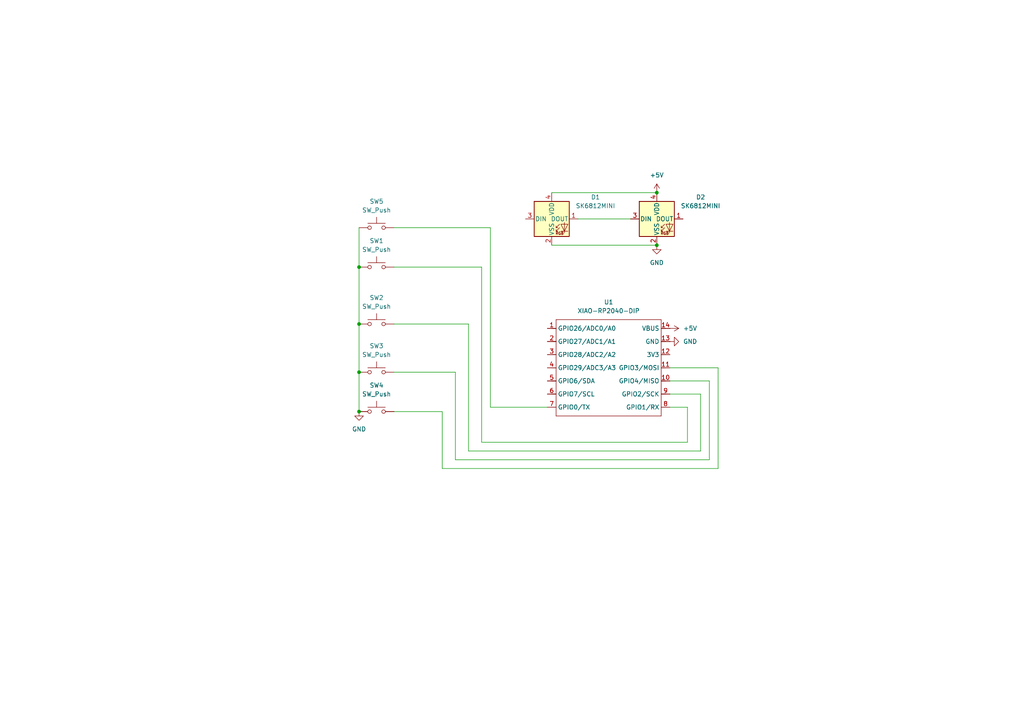
<source format=kicad_sch>
(kicad_sch
	(version 20211123)
	(generator "eeschema")
	(generator_version "8.0")
	(uuid "34cca9e7-3206-4ba8-bda9-9264078c9bf8")
	(paper "A4")
	(lib_symbols
		(symbol "LED:SK6812MINI"
			(pin_names
				(offset 0.254)
			)
			(exclude_from_sim no)
			(in_bom yes)
			(on_board yes)
			(property "Reference" "D"
				(at 5.08 5.715 0)
				(effects
					(font
						(size 1.27 1.27)
					)
					(justify right bottom)
				)
			)
			(property "Value" "SK6812MINI"
				(at 1.27 -5.715 0)
				(effects
					(font
						(size 1.27 1.27)
					)
					(justify left top)
				)
			)
			(property "Footprint" "LED_SMD:LED_SK6812MINI_PLCC4_3.5x3.5mm_P1.75mm"
				(at 1.27 -7.62 0)
				(effects
					(font
						(size 1.27 1.27)
					)
					(justify left top)
					(hide yes)
				)
			)
			(property "Datasheet" "https://cdn-shop.adafruit.com/product-files/2686/SK6812MINI_REV.01-1-2.pdf"
				(at 2.54 -9.525 0)
				(effects
					(font
						(size 1.27 1.27)
					)
					(justify left top)
					(hide yes)
				)
			)
			(property "Description" "RGB LED with integrated controller"
				(at 0 0 0)
				(effects
					(font
						(size 1.27 1.27)
					)
					(hide yes)
				)
			)
			(property "ki_keywords" "RGB LED NeoPixel Mini addressable"
				(at 0 0 0)
				(effects
					(font
						(size 1.27 1.27)
					)
					(hide yes)
				)
			)
			(property "ki_fp_filters" "LED*SK6812MINI*PLCC*3.5x3.5mm*P1.75mm*"
				(at 0 0 0)
				(effects
					(font
						(size 1.27 1.27)
					)
					(hide yes)
				)
			)
			(symbol "SK6812MINI_0_0"
				(text "RGB"
					(at 2.286 -4.191 0)
					(effects
						(font
							(size 0.762 0.762)
						)
					)
				)
			)
			(symbol "SK6812MINI_0_1"
				(polyline
					(pts
						(xy 1.27 -3.556) (xy 1.778 -3.556)
					)
					(stroke
						(width 0)
						(type default)
					)
					(fill
						(type none)
					)
				)
				(polyline
					(pts
						(xy 1.27 -2.54) (xy 1.778 -2.54)
					)
					(stroke
						(width 0)
						(type default)
					)
					(fill
						(type none)
					)
				)
				(polyline
					(pts
						(xy 4.699 -3.556) (xy 2.667 -3.556)
					)
					(stroke
						(width 0)
						(type default)
					)
					(fill
						(type none)
					)
				)
				(polyline
					(pts
						(xy 2.286 -2.54) (xy 1.27 -3.556) (xy 1.27 -3.048)
					)
					(stroke
						(width 0)
						(type default)
					)
					(fill
						(type none)
					)
				)
				(polyline
					(pts
						(xy 2.286 -1.524) (xy 1.27 -2.54) (xy 1.27 -2.032)
					)
					(stroke
						(width 0)
						(type default)
					)
					(fill
						(type none)
					)
				)
				(polyline
					(pts
						(xy 3.683 -1.016) (xy 3.683 -3.556) (xy 3.683 -4.064)
					)
					(stroke
						(width 0)
						(type default)
					)
					(fill
						(type none)
					)
				)
				(polyline
					(pts
						(xy 4.699 -1.524) (xy 2.667 -1.524) (xy 3.683 -3.556) (xy 4.699 -1.524)
					)
					(stroke
						(width 0)
						(type default)
					)
					(fill
						(type none)
					)
				)
				(rectangle
					(start 5.08 5.08)
					(end -5.08 -5.08)
					(stroke
						(width 0.254)
						(type default)
					)
					(fill
						(type background)
					)
				)
			)
			(symbol "SK6812MINI_1_1"
				(pin output line
					(at 7.62 0 180)
					(length 2.54)
					(name "DOUT"
						(effects
							(font
								(size 1.27 1.27)
							)
						)
					)
					(number "1"
						(effects
							(font
								(size 1.27 1.27)
							)
						)
					)
				)
				(pin power_in line
					(at 0 -7.62 90)
					(length 2.54)
					(name "VSS"
						(effects
							(font
								(size 1.27 1.27)
							)
						)
					)
					(number "2"
						(effects
							(font
								(size 1.27 1.27)
							)
						)
					)
				)
				(pin input line
					(at -7.62 0 0)
					(length 2.54)
					(name "DIN"
						(effects
							(font
								(size 1.27 1.27)
							)
						)
					)
					(number "3"
						(effects
							(font
								(size 1.27 1.27)
							)
						)
					)
				)
				(pin power_in line
					(at 0 7.62 270)
					(length 2.54)
					(name "VDD"
						(effects
							(font
								(size 1.27 1.27)
							)
						)
					)
					(number "4"
						(effects
							(font
								(size 1.27 1.27)
							)
						)
					)
				)
			)
		)
		(symbol "Seeed_Studio_XIAO_Series:XIAO-RP2040-DIP"
			(exclude_from_sim no)
			(in_bom yes)
			(on_board yes)
			(property "Reference" "U"
				(at 0 0 0)
				(effects
					(font
						(size 1.27 1.27)
					)
				)
			)
			(property "Value" "XIAO-RP2040-DIP"
				(at 5.334 -1.778 0)
				(effects
					(font
						(size 1.27 1.27)
					)
				)
			)
			(property "Footprint" "Module:MOUDLE14P-XIAO-DIP-SMD"
				(at 14.478 -32.258 0)
				(effects
					(font
						(size 1.27 1.27)
					)
					(hide yes)
				)
			)
			(property "Datasheet" ""
				(at 0 0 0)
				(effects
					(font
						(size 1.27 1.27)
					)
					(hide yes)
				)
			)
			(property "Description" ""
				(at 0 0 0)
				(effects
					(font
						(size 1.27 1.27)
					)
					(hide yes)
				)
			)
			(symbol "XIAO-RP2040-DIP_1_0"
				(polyline
					(pts
						(xy -1.27 -30.48) (xy -1.27 -16.51)
					)
					(stroke
						(width 0.1524)
						(type solid)
					)
					(fill
						(type none)
					)
				)
				(polyline
					(pts
						(xy -1.27 -27.94) (xy -2.54 -27.94)
					)
					(stroke
						(width 0.1524)
						(type solid)
					)
					(fill
						(type none)
					)
				)
				(polyline
					(pts
						(xy -1.27 -24.13) (xy -2.54 -24.13)
					)
					(stroke
						(width 0.1524)
						(type solid)
					)
					(fill
						(type none)
					)
				)
				(polyline
					(pts
						(xy -1.27 -20.32) (xy -2.54 -20.32)
					)
					(stroke
						(width 0.1524)
						(type solid)
					)
					(fill
						(type none)
					)
				)
				(polyline
					(pts
						(xy -1.27 -16.51) (xy -2.54 -16.51)
					)
					(stroke
						(width 0.1524)
						(type solid)
					)
					(fill
						(type none)
					)
				)
				(polyline
					(pts
						(xy -1.27 -16.51) (xy -1.27 -12.7)
					)
					(stroke
						(width 0.1524)
						(type solid)
					)
					(fill
						(type none)
					)
				)
				(polyline
					(pts
						(xy -1.27 -12.7) (xy -2.54 -12.7)
					)
					(stroke
						(width 0.1524)
						(type solid)
					)
					(fill
						(type none)
					)
				)
				(polyline
					(pts
						(xy -1.27 -12.7) (xy -1.27 -8.89)
					)
					(stroke
						(width 0.1524)
						(type solid)
					)
					(fill
						(type none)
					)
				)
				(polyline
					(pts
						(xy -1.27 -8.89) (xy -2.54 -8.89)
					)
					(stroke
						(width 0.1524)
						(type solid)
					)
					(fill
						(type none)
					)
				)
				(polyline
					(pts
						(xy -1.27 -8.89) (xy -1.27 -5.08)
					)
					(stroke
						(width 0.1524)
						(type solid)
					)
					(fill
						(type none)
					)
				)
				(polyline
					(pts
						(xy -1.27 -5.08) (xy -2.54 -5.08)
					)
					(stroke
						(width 0.1524)
						(type solid)
					)
					(fill
						(type none)
					)
				)
				(polyline
					(pts
						(xy -1.27 -5.08) (xy -1.27 -2.54)
					)
					(stroke
						(width 0.1524)
						(type solid)
					)
					(fill
						(type none)
					)
				)
				(polyline
					(pts
						(xy -1.27 -2.54) (xy 29.21 -2.54)
					)
					(stroke
						(width 0.1524)
						(type solid)
					)
					(fill
						(type none)
					)
				)
				(polyline
					(pts
						(xy 29.21 -30.48) (xy -1.27 -30.48)
					)
					(stroke
						(width 0.1524)
						(type solid)
					)
					(fill
						(type none)
					)
				)
				(polyline
					(pts
						(xy 29.21 -12.7) (xy 29.21 -30.48)
					)
					(stroke
						(width 0.1524)
						(type solid)
					)
					(fill
						(type none)
					)
				)
				(polyline
					(pts
						(xy 29.21 -8.89) (xy 29.21 -12.7)
					)
					(stroke
						(width 0.1524)
						(type solid)
					)
					(fill
						(type none)
					)
				)
				(polyline
					(pts
						(xy 29.21 -5.08) (xy 29.21 -8.89)
					)
					(stroke
						(width 0.1524)
						(type solid)
					)
					(fill
						(type none)
					)
				)
				(polyline
					(pts
						(xy 29.21 -2.54) (xy 29.21 -5.08)
					)
					(stroke
						(width 0.1524)
						(type solid)
					)
					(fill
						(type none)
					)
				)
				(polyline
					(pts
						(xy 30.48 -27.94) (xy 29.21 -27.94)
					)
					(stroke
						(width 0.1524)
						(type solid)
					)
					(fill
						(type none)
					)
				)
				(polyline
					(pts
						(xy 30.48 -24.13) (xy 29.21 -24.13)
					)
					(stroke
						(width 0.1524)
						(type solid)
					)
					(fill
						(type none)
					)
				)
				(polyline
					(pts
						(xy 30.48 -20.32) (xy 29.21 -20.32)
					)
					(stroke
						(width 0.1524)
						(type solid)
					)
					(fill
						(type none)
					)
				)
				(polyline
					(pts
						(xy 30.48 -16.51) (xy 29.21 -16.51)
					)
					(stroke
						(width 0.1524)
						(type solid)
					)
					(fill
						(type none)
					)
				)
				(polyline
					(pts
						(xy 30.48 -12.7) (xy 29.21 -12.7)
					)
					(stroke
						(width 0.1524)
						(type solid)
					)
					(fill
						(type none)
					)
				)
				(polyline
					(pts
						(xy 30.48 -8.89) (xy 29.21 -8.89)
					)
					(stroke
						(width 0.1524)
						(type solid)
					)
					(fill
						(type none)
					)
				)
				(polyline
					(pts
						(xy 30.48 -5.08) (xy 29.21 -5.08)
					)
					(stroke
						(width 0.1524)
						(type solid)
					)
					(fill
						(type none)
					)
				)
				(pin passive line
					(at -3.81 -5.08 0)
					(length 2.54)
					(name "GPIO26/ADC0/A0"
						(effects
							(font
								(size 1.27 1.27)
							)
						)
					)
					(number "1"
						(effects
							(font
								(size 1.27 1.27)
							)
						)
					)
				)
				(pin passive line
					(at 31.75 -20.32 180)
					(length 2.54)
					(name "GPIO4/MISO"
						(effects
							(font
								(size 1.27 1.27)
							)
						)
					)
					(number "10"
						(effects
							(font
								(size 1.27 1.27)
							)
						)
					)
				)
				(pin passive line
					(at 31.75 -16.51 180)
					(length 2.54)
					(name "GPIO3/MOSI"
						(effects
							(font
								(size 1.27 1.27)
							)
						)
					)
					(number "11"
						(effects
							(font
								(size 1.27 1.27)
							)
						)
					)
				)
				(pin passive line
					(at 31.75 -12.7 180)
					(length 2.54)
					(name "3V3"
						(effects
							(font
								(size 1.27 1.27)
							)
						)
					)
					(number "12"
						(effects
							(font
								(size 1.27 1.27)
							)
						)
					)
				)
				(pin passive line
					(at 31.75 -8.89 180)
					(length 2.54)
					(name "GND"
						(effects
							(font
								(size 1.27 1.27)
							)
						)
					)
					(number "13"
						(effects
							(font
								(size 1.27 1.27)
							)
						)
					)
				)
				(pin passive line
					(at 31.75 -5.08 180)
					(length 2.54)
					(name "VBUS"
						(effects
							(font
								(size 1.27 1.27)
							)
						)
					)
					(number "14"
						(effects
							(font
								(size 1.27 1.27)
							)
						)
					)
				)
				(pin passive line
					(at -3.81 -8.89 0)
					(length 2.54)
					(name "GPIO27/ADC1/A1"
						(effects
							(font
								(size 1.27 1.27)
							)
						)
					)
					(number "2"
						(effects
							(font
								(size 1.27 1.27)
							)
						)
					)
				)
				(pin passive line
					(at -3.81 -12.7 0)
					(length 2.54)
					(name "GPIO28/ADC2/A2"
						(effects
							(font
								(size 1.27 1.27)
							)
						)
					)
					(number "3"
						(effects
							(font
								(size 1.27 1.27)
							)
						)
					)
				)
				(pin passive line
					(at -3.81 -16.51 0)
					(length 2.54)
					(name "GPIO29/ADC3/A3"
						(effects
							(font
								(size 1.27 1.27)
							)
						)
					)
					(number "4"
						(effects
							(font
								(size 1.27 1.27)
							)
						)
					)
				)
				(pin passive line
					(at -3.81 -20.32 0)
					(length 2.54)
					(name "GPIO6/SDA"
						(effects
							(font
								(size 1.27 1.27)
							)
						)
					)
					(number "5"
						(effects
							(font
								(size 1.27 1.27)
							)
						)
					)
				)
				(pin passive line
					(at -3.81 -24.13 0)
					(length 2.54)
					(name "GPIO7/SCL"
						(effects
							(font
								(size 1.27 1.27)
							)
						)
					)
					(number "6"
						(effects
							(font
								(size 1.27 1.27)
							)
						)
					)
				)
				(pin passive line
					(at -3.81 -27.94 0)
					(length 2.54)
					(name "GPIO0/TX"
						(effects
							(font
								(size 1.27 1.27)
							)
						)
					)
					(number "7"
						(effects
							(font
								(size 1.27 1.27)
							)
						)
					)
				)
				(pin passive line
					(at 31.75 -27.94 180)
					(length 2.54)
					(name "GPIO1/RX"
						(effects
							(font
								(size 1.27 1.27)
							)
						)
					)
					(number "8"
						(effects
							(font
								(size 1.27 1.27)
							)
						)
					)
				)
				(pin passive line
					(at 31.75 -24.13 180)
					(length 2.54)
					(name "GPIO2/SCK"
						(effects
							(font
								(size 1.27 1.27)
							)
						)
					)
					(number "9"
						(effects
							(font
								(size 1.27 1.27)
							)
						)
					)
				)
			)
		)
		(symbol "Switch:SW_Push"
			(pin_numbers hide)
			(pin_names
				(offset 1.016) hide)
			(exclude_from_sim no)
			(in_bom yes)
			(on_board yes)
			(property "Reference" "SW"
				(at 1.27 2.54 0)
				(effects
					(font
						(size 1.27 1.27)
					)
					(justify left)
				)
			)
			(property "Value" "SW_Push"
				(at 0 -1.524 0)
				(effects
					(font
						(size 1.27 1.27)
					)
				)
			)
			(property "Footprint" ""
				(at 0 5.08 0)
				(effects
					(font
						(size 1.27 1.27)
					)
					(hide yes)
				)
			)
			(property "Datasheet" "~"
				(at 0 5.08 0)
				(effects
					(font
						(size 1.27 1.27)
					)
					(hide yes)
				)
			)
			(property "Description" "Push button switch, generic, two pins"
				(at 0 0 0)
				(effects
					(font
						(size 1.27 1.27)
					)
					(hide yes)
				)
			)
			(property "ki_keywords" "switch normally-open pushbutton push-button"
				(at 0 0 0)
				(effects
					(font
						(size 1.27 1.27)
					)
					(hide yes)
				)
			)
			(symbol "SW_Push_0_1"
				(circle
					(center -2.032 0)
					(radius 0.508)
					(stroke
						(width 0)
						(type default)
					)
					(fill
						(type none)
					)
				)
				(polyline
					(pts
						(xy 0 1.27) (xy 0 3.048)
					)
					(stroke
						(width 0)
						(type default)
					)
					(fill
						(type none)
					)
				)
				(polyline
					(pts
						(xy 2.54 1.27) (xy -2.54 1.27)
					)
					(stroke
						(width 0)
						(type default)
					)
					(fill
						(type none)
					)
				)
				(circle
					(center 2.032 0)
					(radius 0.508)
					(stroke
						(width 0)
						(type default)
					)
					(fill
						(type none)
					)
				)
				(pin passive line
					(at -5.08 0 0)
					(length 2.54)
					(name "1"
						(effects
							(font
								(size 1.27 1.27)
							)
						)
					)
					(number "1"
						(effects
							(font
								(size 1.27 1.27)
							)
						)
					)
				)
				(pin passive line
					(at 5.08 0 180)
					(length 2.54)
					(name "2"
						(effects
							(font
								(size 1.27 1.27)
							)
						)
					)
					(number "2"
						(effects
							(font
								(size 1.27 1.27)
							)
						)
					)
				)
			)
		)
		(symbol "power:+5V"
			(power)
			(pin_numbers hide)
			(pin_names
				(offset 0) hide)
			(exclude_from_sim no)
			(in_bom yes)
			(on_board yes)
			(property "Reference" "#PWR"
				(at 0 -3.81 0)
				(effects
					(font
						(size 1.27 1.27)
					)
					(hide yes)
				)
			)
			(property "Value" "+5V"
				(at 0 3.556 0)
				(effects
					(font
						(size 1.27 1.27)
					)
				)
			)
			(property "Footprint" ""
				(at 0 0 0)
				(effects
					(font
						(size 1.27 1.27)
					)
					(hide yes)
				)
			)
			(property "Datasheet" ""
				(at 0 0 0)
				(effects
					(font
						(size 1.27 1.27)
					)
					(hide yes)
				)
			)
			(property "Description" "Power symbol creates a global label with name \"+5V\""
				(at 0 0 0)
				(effects
					(font
						(size 1.27 1.27)
					)
					(hide yes)
				)
			)
			(property "ki_keywords" "global power"
				(at 0 0 0)
				(effects
					(font
						(size 1.27 1.27)
					)
					(hide yes)
				)
			)
			(symbol "+5V_0_1"
				(polyline
					(pts
						(xy -0.762 1.27) (xy 0 2.54)
					)
					(stroke
						(width 0)
						(type default)
					)
					(fill
						(type none)
					)
				)
				(polyline
					(pts
						(xy 0 0) (xy 0 2.54)
					)
					(stroke
						(width 0)
						(type default)
					)
					(fill
						(type none)
					)
				)
				(polyline
					(pts
						(xy 0 2.54) (xy 0.762 1.27)
					)
					(stroke
						(width 0)
						(type default)
					)
					(fill
						(type none)
					)
				)
			)
			(symbol "+5V_1_1"
				(pin power_in line
					(at 0 0 90)
					(length 0)
					(name "~"
						(effects
							(font
								(size 1.27 1.27)
							)
						)
					)
					(number "1"
						(effects
							(font
								(size 1.27 1.27)
							)
						)
					)
				)
			)
		)
		(symbol "power:GND"
			(power)
			(pin_numbers hide)
			(pin_names
				(offset 0) hide)
			(exclude_from_sim no)
			(in_bom yes)
			(on_board yes)
			(property "Reference" "#PWR"
				(at 0 -6.35 0)
				(effects
					(font
						(size 1.27 1.27)
					)
					(hide yes)
				)
			)
			(property "Value" "GND"
				(at 0 -3.81 0)
				(effects
					(font
						(size 1.27 1.27)
					)
				)
			)
			(property "Footprint" ""
				(at 0 0 0)
				(effects
					(font
						(size 1.27 1.27)
					)
					(hide yes)
				)
			)
			(property "Datasheet" ""
				(at 0 0 0)
				(effects
					(font
						(size 1.27 1.27)
					)
					(hide yes)
				)
			)
			(property "Description" "Power symbol creates a global label with name \"GND\" , ground"
				(at 0 0 0)
				(effects
					(font
						(size 1.27 1.27)
					)
					(hide yes)
				)
			)
			(property "ki_keywords" "global power"
				(at 0 0 0)
				(effects
					(font
						(size 1.27 1.27)
					)
					(hide yes)
				)
			)
			(symbol "GND_0_1"
				(polyline
					(pts
						(xy 0 0) (xy 0 -1.27) (xy 1.27 -1.27) (xy 0 -2.54) (xy -1.27 -1.27) (xy 0 -1.27)
					)
					(stroke
						(width 0)
						(type default)
					)
					(fill
						(type none)
					)
				)
			)
			(symbol "GND_1_1"
				(pin power_in line
					(at 0 0 270)
					(length 0)
					(name "~"
						(effects
							(font
								(size 1.27 1.27)
							)
						)
					)
					(number "1"
						(effects
							(font
								(size 1.27 1.27)
							)
						)
					)
				)
			)
		)
	)
	(junction
		(at 104.14 119.38)
		(diameter 0)
		(color 0 0 0 0)
		(uuid "1dc0505f-6218-4796-af50-a570334d1022")
	)
	(junction
		(at 104.14 77.47)
		(diameter 0)
		(color 0 0 0 0)
		(uuid "2260e7ad-14a9-4c21-976d-c1c275238cbe")
	)
	(junction
		(at 104.14 93.98)
		(diameter 0)
		(color 0 0 0 0)
		(uuid "45634df9-c75c-4cac-aa26-acfd32e754cb")
	)
	(junction
		(at 190.5 71.12)
		(diameter 0)
		(color 0 0 0 0)
		(uuid "682a3b56-7004-44dc-9973-9068a8e65480")
	)
	(junction
		(at 104.14 107.95)
		(diameter 0)
		(color 0 0 0 0)
		(uuid "799b2262-0442-400a-a75b-493c38744e53")
	)
	(junction
		(at 190.5 55.88)
		(diameter 0)
		(color 0 0 0 0)
		(uuid "a5fe2e43-d251-47b6-a5b3-41d0f4a4ae0b")
	)
	(wire
		(pts
			(xy 142.24 118.11) (xy 158.75 118.11)
		)
		(stroke
			(width 0)
			(type default)
		)
		(uuid "05e0741f-b27b-4cf7-a4e3-2d7446494d17")
	)
	(wire
		(pts
			(xy 114.3 119.38) (xy 128.27 119.38)
		)
		(stroke
			(width 0)
			(type default)
		)
		(uuid "0916ad4f-4e73-4057-8040-7ed7176e0530")
	)
	(wire
		(pts
			(xy 104.14 107.95) (xy 104.14 119.38)
		)
		(stroke
			(width 0)
			(type default)
		)
		(uuid "19ab0281-c1de-4fc3-93ed-204376144a32")
	)
	(wire
		(pts
			(xy 104.14 93.98) (xy 104.14 107.95)
		)
		(stroke
			(width 0)
			(type default)
		)
		(uuid "23effa3c-0966-41c8-9958-4d263a9e0a37")
	)
	(wire
		(pts
			(xy 114.3 66.04) (xy 142.24 66.04)
		)
		(stroke
			(width 0)
			(type default)
		)
		(uuid "2507dec0-cacd-485f-91a6-4ff69839327d")
	)
	(wire
		(pts
			(xy 128.27 135.89) (xy 208.28 135.89)
		)
		(stroke
			(width 0)
			(type default)
		)
		(uuid "2e368909-4ed2-4ff0-8d49-756af6d21b12")
	)
	(wire
		(pts
			(xy 132.08 133.35) (xy 205.74 133.35)
		)
		(stroke
			(width 0)
			(type default)
		)
		(uuid "2f1fbf3e-622e-4316-8ee6-cdfd90080f76")
	)
	(wire
		(pts
			(xy 160.02 71.12) (xy 190.5 71.12)
		)
		(stroke
			(width 0)
			(type default)
		)
		(uuid "33a8f1d7-8746-4d0f-9e1a-2d627a3f3b9d")
	)
	(wire
		(pts
			(xy 139.7 77.47) (xy 139.7 128.27)
		)
		(stroke
			(width 0)
			(type default)
		)
		(uuid "3efef8f3-8f24-488c-9210-daed2b200678")
	)
	(wire
		(pts
			(xy 139.7 128.27) (xy 199.39 128.27)
		)
		(stroke
			(width 0)
			(type default)
		)
		(uuid "53eddc67-91c6-4184-a397-717d3e105739")
	)
	(wire
		(pts
			(xy 203.2 130.81) (xy 135.89 130.81)
		)
		(stroke
			(width 0)
			(type default)
		)
		(uuid "5a421206-835e-4bd2-af73-c6bdde5a115f")
	)
	(wire
		(pts
			(xy 135.89 130.81) (xy 135.89 93.98)
		)
		(stroke
			(width 0)
			(type default)
		)
		(uuid "5e2215c8-c62b-4041-9034-14d84570001a")
	)
	(wire
		(pts
			(xy 135.89 93.98) (xy 114.3 93.98)
		)
		(stroke
			(width 0)
			(type default)
		)
		(uuid "5ea8fe47-7820-4929-818c-9b4ffdc17e56")
	)
	(wire
		(pts
			(xy 208.28 135.89) (xy 208.28 106.68)
		)
		(stroke
			(width 0)
			(type default)
		)
		(uuid "62efd8f4-8d33-475d-91b7-e8fdb5bc08f9")
	)
	(wire
		(pts
			(xy 208.28 106.68) (xy 194.31 106.68)
		)
		(stroke
			(width 0)
			(type default)
		)
		(uuid "6e7c8f23-e236-4d64-8ae2-cbf3b0f19043")
	)
	(wire
		(pts
			(xy 194.31 114.3) (xy 203.2 114.3)
		)
		(stroke
			(width 0)
			(type default)
		)
		(uuid "7c94c0c2-a82e-4754-8ee7-e5cc66b6c8cd")
	)
	(wire
		(pts
			(xy 142.24 66.04) (xy 142.24 118.11)
		)
		(stroke
			(width 0)
			(type default)
		)
		(uuid "811c3ca3-1ee2-41ad-996a-e3be7e152012")
	)
	(wire
		(pts
			(xy 132.08 107.95) (xy 132.08 133.35)
		)
		(stroke
			(width 0)
			(type default)
		)
		(uuid "8289b65e-2e92-4c01-990f-e8f4a4b74354")
	)
	(wire
		(pts
			(xy 114.3 77.47) (xy 139.7 77.47)
		)
		(stroke
			(width 0)
			(type default)
		)
		(uuid "89f9eac5-d2b2-4789-b4f0-d31f5de46147")
	)
	(wire
		(pts
			(xy 205.74 133.35) (xy 205.74 110.49)
		)
		(stroke
			(width 0)
			(type default)
		)
		(uuid "8f910ff0-969f-415b-b720-d3a588bcf67d")
	)
	(wire
		(pts
			(xy 199.39 128.27) (xy 199.39 118.11)
		)
		(stroke
			(width 0)
			(type default)
		)
		(uuid "908743dd-655b-4839-97dc-e019b3970999")
	)
	(wire
		(pts
			(xy 128.27 119.38) (xy 128.27 135.89)
		)
		(stroke
			(width 0)
			(type default)
		)
		(uuid "9c0d8c95-52f2-41cf-9233-ee02692af971")
	)
	(wire
		(pts
			(xy 199.39 118.11) (xy 194.31 118.11)
		)
		(stroke
			(width 0)
			(type default)
		)
		(uuid "9c30a5ce-5b5b-4115-947a-3deaaddbf3e5")
	)
	(wire
		(pts
			(xy 104.14 66.04) (xy 104.14 77.47)
		)
		(stroke
			(width 0)
			(type default)
		)
		(uuid "a77390e6-9099-4933-b5c4-e5c6f2425af5")
	)
	(wire
		(pts
			(xy 167.64 63.5) (xy 182.88 63.5)
		)
		(stroke
			(width 0)
			(type default)
		)
		(uuid "c1675100-d5c0-419c-a71d-cb734b32b23e")
	)
	(wire
		(pts
			(xy 205.74 110.49) (xy 194.31 110.49)
		)
		(stroke
			(width 0)
			(type default)
		)
		(uuid "c318f1a4-77dd-4125-bfb9-ced41d23c971")
	)
	(wire
		(pts
			(xy 203.2 114.3) (xy 203.2 130.81)
		)
		(stroke
			(width 0)
			(type default)
		)
		(uuid "c7e79cef-4da4-4c31-b0aa-f3a19dc39abe")
	)
	(wire
		(pts
			(xy 160.02 55.88) (xy 190.5 55.88)
		)
		(stroke
			(width 0)
			(type default)
		)
		(uuid "cdd78413-460d-488c-9e4a-b48a7c10f78f")
	)
	(wire
		(pts
			(xy 104.14 77.47) (xy 104.14 93.98)
		)
		(stroke
			(width 0)
			(type default)
		)
		(uuid "dd6a4f29-2da4-496f-809f-94c07a1fccfc")
	)
	(wire
		(pts
			(xy 114.3 107.95) (xy 132.08 107.95)
		)
		(stroke
			(width 0)
			(type default)
		)
		(uuid "ec9775a6-60f1-4a20-a5e4-d9423b579a49")
	)
	(symbol
		(lib_id "LED:SK6812MINI")
		(at 190.5 63.5 0)
		(unit 1)
		(exclude_from_sim no)
		(in_bom yes)
		(on_board yes)
		(dnp no)
		(fields_autoplaced yes)
		(uuid "03fe4544-a6e6-4a7f-b882-f3f54445ec36")
		(property "Reference" "D2"
			(at 203.2 57.1814 0)
			(effects
				(font
					(size 1.27 1.27)
				)
			)
		)
		(property "Value" "SK6812MINI"
			(at 203.2 59.7214 0)
			(effects
				(font
					(size 1.27 1.27)
				)
			)
		)
		(property "Footprint" "LED_SMD:LED_SK6812MINI_PLCC4_3.5x3.5mm_P1.75mm"
			(at 191.77 71.12 0)
			(effects
				(font
					(size 1.27 1.27)
				)
				(justify left top)
				(hide yes)
			)
		)
		(property "Datasheet" "https://cdn-shop.adafruit.com/product-files/2686/SK6812MINI_REV.01-1-2.pdf"
			(at 193.04 73.025 0)
			(effects
				(font
					(size 1.27 1.27)
				)
				(justify left top)
				(hide yes)
			)
		)
		(property "Description" "RGB LED with integrated controller"
			(at 190.5 63.5 0)
			(effects
				(font
					(size 1.27 1.27)
				)
				(hide yes)
			)
		)
		(pin "2"
			(uuid "a2d892d3-1a18-4314-bcca-2610c58c5989")
		)
		(pin "1"
			(uuid "792416f7-682d-4f11-bfe4-3e4155092058")
		)
		(pin "3"
			(uuid "9f8f0e68-6e72-4a64-9f55-de2a2e97a5cb")
		)
		(pin "4"
			(uuid "2e78d19c-e1e7-49a7-845e-c289cdce6964")
		)
		(instances
			(project "roCloud"
				(path "/34cca9e7-3206-4ba8-bda9-9264078c9bf8"
					(reference "D2")
					(unit 1)
				)
			)
		)
	)
	(symbol
		(lib_id "power:+5V")
		(at 190.5 55.88 0)
		(unit 1)
		(exclude_from_sim no)
		(in_bom yes)
		(on_board yes)
		(dnp no)
		(fields_autoplaced yes)
		(uuid "050c6335-2a19-49dc-b785-1d4a5e71789e")
		(property "Reference" "#PWR04"
			(at 190.5 59.69 0)
			(effects
				(font
					(size 1.27 1.27)
				)
				(hide yes)
			)
		)
		(property "Value" "+5V"
			(at 190.5 50.8 0)
			(effects
				(font
					(size 1.27 1.27)
				)
			)
		)
		(property "Footprint" ""
			(at 190.5 55.88 0)
			(effects
				(font
					(size 1.27 1.27)
				)
				(hide yes)
			)
		)
		(property "Datasheet" ""
			(at 190.5 55.88 0)
			(effects
				(font
					(size 1.27 1.27)
				)
				(hide yes)
			)
		)
		(property "Description" "Power symbol creates a global label with name \"+5V\""
			(at 190.5 55.88 0)
			(effects
				(font
					(size 1.27 1.27)
				)
				(hide yes)
			)
		)
		(pin "1"
			(uuid "2fefdaf7-35e7-4593-8911-077ba7515a59")
		)
		(instances
			(project "roCloud"
				(path "/34cca9e7-3206-4ba8-bda9-9264078c9bf8"
					(reference "#PWR04")
					(unit 1)
				)
			)
		)
	)
	(symbol
		(lib_id "power:GND")
		(at 190.5 71.12 0)
		(unit 1)
		(exclude_from_sim no)
		(in_bom yes)
		(on_board yes)
		(dnp no)
		(fields_autoplaced yes)
		(uuid "1b8fbdf5-970b-4688-89ff-2f793b24ca04")
		(property "Reference" "#PWR05"
			(at 190.5 77.47 0)
			(effects
				(font
					(size 1.27 1.27)
				)
				(hide yes)
			)
		)
		(property "Value" "GND"
			(at 190.5 76.2 0)
			(effects
				(font
					(size 1.27 1.27)
				)
			)
		)
		(property "Footprint" ""
			(at 190.5 71.12 0)
			(effects
				(font
					(size 1.27 1.27)
				)
				(hide yes)
			)
		)
		(property "Datasheet" ""
			(at 190.5 71.12 0)
			(effects
				(font
					(size 1.27 1.27)
				)
				(hide yes)
			)
		)
		(property "Description" "Power symbol creates a global label with name \"GND\" , ground"
			(at 190.5 71.12 0)
			(effects
				(font
					(size 1.27 1.27)
				)
				(hide yes)
			)
		)
		(pin "1"
			(uuid "65e083dc-de89-4c6e-a294-9b7d9b4e6fc5")
		)
		(instances
			(project ""
				(path "/34cca9e7-3206-4ba8-bda9-9264078c9bf8"
					(reference "#PWR05")
					(unit 1)
				)
			)
		)
	)
	(symbol
		(lib_id "Switch:SW_Push")
		(at 109.22 119.38 0)
		(unit 1)
		(exclude_from_sim no)
		(in_bom yes)
		(on_board yes)
		(dnp no)
		(uuid "3a0f54ec-5dbd-4ba7-921c-285a383ef0aa")
		(property "Reference" "SW4"
			(at 109.22 111.76 0)
			(effects
				(font
					(size 1.27 1.27)
				)
			)
		)
		(property "Value" "SW_Push"
			(at 109.22 114.3 0)
			(effects
				(font
					(size 1.27 1.27)
				)
			)
		)
		(property "Footprint" "Button_Switch_Keyboard:SW_Cherry_MX_1.00u_PCB"
			(at 109.22 114.3 0)
			(effects
				(font
					(size 1.27 1.27)
				)
				(hide yes)
			)
		)
		(property "Datasheet" "~"
			(at 109.22 114.3 0)
			(effects
				(font
					(size 1.27 1.27)
				)
				(hide yes)
			)
		)
		(property "Description" "Push button switch, generic, two pins"
			(at 109.22 119.38 0)
			(effects
				(font
					(size 1.27 1.27)
				)
				(hide yes)
			)
		)
		(pin "1"
			(uuid "e1bfcce3-eb01-4c04-9773-65b355eb13d7")
		)
		(pin "2"
			(uuid "0cedc0cd-a3a9-4e69-97c0-dd8a5090e646")
		)
		(instances
			(project "roCloud"
				(path "/34cca9e7-3206-4ba8-bda9-9264078c9bf8"
					(reference "SW4")
					(unit 1)
				)
			)
		)
	)
	(symbol
		(lib_id "power:GND")
		(at 104.14 119.38 0)
		(unit 1)
		(exclude_from_sim no)
		(in_bom yes)
		(on_board yes)
		(dnp no)
		(fields_autoplaced yes)
		(uuid "892f7f63-2938-42b5-8212-0d6e92b1b479")
		(property "Reference" "#PWR01"
			(at 104.14 125.73 0)
			(effects
				(font
					(size 1.27 1.27)
				)
				(hide yes)
			)
		)
		(property "Value" "GND"
			(at 104.14 124.46 0)
			(effects
				(font
					(size 1.27 1.27)
				)
			)
		)
		(property "Footprint" ""
			(at 104.14 119.38 0)
			(effects
				(font
					(size 1.27 1.27)
				)
				(hide yes)
			)
		)
		(property "Datasheet" ""
			(at 104.14 119.38 0)
			(effects
				(font
					(size 1.27 1.27)
				)
				(hide yes)
			)
		)
		(property "Description" "Power symbol creates a global label with name \"GND\" , ground"
			(at 104.14 119.38 0)
			(effects
				(font
					(size 1.27 1.27)
				)
				(hide yes)
			)
		)
		(pin "1"
			(uuid "fbb9f23e-82bd-47d8-8a72-14972c646a86")
		)
		(instances
			(project ""
				(path "/34cca9e7-3206-4ba8-bda9-9264078c9bf8"
					(reference "#PWR01")
					(unit 1)
				)
			)
		)
	)
	(symbol
		(lib_id "Switch:SW_Push")
		(at 109.22 77.47 0)
		(unit 1)
		(exclude_from_sim no)
		(in_bom yes)
		(on_board yes)
		(dnp no)
		(fields_autoplaced yes)
		(uuid "8bb2cfb3-b82b-40b1-a34b-986fe51881a7")
		(property "Reference" "SW1"
			(at 109.22 69.85 0)
			(effects
				(font
					(size 1.27 1.27)
				)
			)
		)
		(property "Value" "SW_Push"
			(at 109.22 72.39 0)
			(effects
				(font
					(size 1.27 1.27)
				)
			)
		)
		(property "Footprint" "Button_Switch_Keyboard:SW_Cherry_MX_1.00u_PCB"
			(at 109.22 72.39 0)
			(effects
				(font
					(size 1.27 1.27)
				)
				(hide yes)
			)
		)
		(property "Datasheet" "~"
			(at 109.22 72.39 0)
			(effects
				(font
					(size 1.27 1.27)
				)
				(hide yes)
			)
		)
		(property "Description" "Push button switch, generic, two pins"
			(at 109.22 77.47 0)
			(effects
				(font
					(size 1.27 1.27)
				)
				(hide yes)
			)
		)
		(pin "1"
			(uuid "f665476c-b5ac-46ab-95f8-5239e17cfa55")
		)
		(pin "2"
			(uuid "fe894a37-2fe1-425c-ab6b-154d293a2ee5")
		)
		(instances
			(project ""
				(path "/34cca9e7-3206-4ba8-bda9-9264078c9bf8"
					(reference "SW1")
					(unit 1)
				)
			)
		)
	)
	(symbol
		(lib_id "Switch:SW_Push")
		(at 109.22 93.98 0)
		(unit 1)
		(exclude_from_sim no)
		(in_bom yes)
		(on_board yes)
		(dnp no)
		(fields_autoplaced yes)
		(uuid "96aca00a-5e30-4637-892c-39121261ac51")
		(property "Reference" "SW2"
			(at 109.22 86.36 0)
			(effects
				(font
					(size 1.27 1.27)
				)
			)
		)
		(property "Value" "SW_Push"
			(at 109.22 88.9 0)
			(effects
				(font
					(size 1.27 1.27)
				)
			)
		)
		(property "Footprint" "Button_Switch_Keyboard:SW_Cherry_MX_1.00u_PCB"
			(at 109.22 88.9 0)
			(effects
				(font
					(size 1.27 1.27)
				)
				(hide yes)
			)
		)
		(property "Datasheet" "~"
			(at 109.22 88.9 0)
			(effects
				(font
					(size 1.27 1.27)
				)
				(hide yes)
			)
		)
		(property "Description" "Push button switch, generic, two pins"
			(at 109.22 93.98 0)
			(effects
				(font
					(size 1.27 1.27)
				)
				(hide yes)
			)
		)
		(pin "1"
			(uuid "5e5ad05b-d05f-4626-b6f7-ab15bafe74c7")
		)
		(pin "2"
			(uuid "c02aab52-fa50-45aa-8bc2-50aed570eda5")
		)
		(instances
			(project "roCloud"
				(path "/34cca9e7-3206-4ba8-bda9-9264078c9bf8"
					(reference "SW2")
					(unit 1)
				)
			)
		)
	)
	(symbol
		(lib_id "power:+5V")
		(at 194.31 95.25 270)
		(unit 1)
		(exclude_from_sim no)
		(in_bom yes)
		(on_board yes)
		(dnp no)
		(fields_autoplaced yes)
		(uuid "9b3f063b-9be3-4999-a3dc-87417bcdac70")
		(property "Reference" "#PWR03"
			(at 190.5 95.25 0)
			(effects
				(font
					(size 1.27 1.27)
				)
				(hide yes)
			)
		)
		(property "Value" "+5V"
			(at 198.12 95.2499 90)
			(effects
				(font
					(size 1.27 1.27)
				)
				(justify left)
			)
		)
		(property "Footprint" ""
			(at 194.31 95.25 0)
			(effects
				(font
					(size 1.27 1.27)
				)
				(hide yes)
			)
		)
		(property "Datasheet" ""
			(at 194.31 95.25 0)
			(effects
				(font
					(size 1.27 1.27)
				)
				(hide yes)
			)
		)
		(property "Description" "Power symbol creates a global label with name \"+5V\""
			(at 194.31 95.25 0)
			(effects
				(font
					(size 1.27 1.27)
				)
				(hide yes)
			)
		)
		(pin "1"
			(uuid "c9421c6f-e3f2-4396-a528-f01e1d70971e")
		)
		(instances
			(project ""
				(path "/34cca9e7-3206-4ba8-bda9-9264078c9bf8"
					(reference "#PWR03")
					(unit 1)
				)
			)
		)
	)
	(symbol
		(lib_id "Seeed_Studio_XIAO_Series:XIAO-RP2040-DIP")
		(at 162.56 90.17 0)
		(unit 1)
		(exclude_from_sim no)
		(in_bom yes)
		(on_board yes)
		(dnp no)
		(fields_autoplaced yes)
		(uuid "aa0c3688-b3ad-4763-9fca-c120c83d076d")
		(property "Reference" "U1"
			(at 176.53 87.63 0)
			(effects
				(font
					(size 1.27 1.27)
				)
			)
		)
		(property "Value" "XIAO-RP2040-DIP"
			(at 176.53 90.17 0)
			(effects
				(font
					(size 1.27 1.27)
				)
			)
		)
		(property "Footprint" "Seeed Studio XIAO Series Library:XIAO-RP2040-DIP"
			(at 177.038 122.428 0)
			(effects
				(font
					(size 1.27 1.27)
				)
				(hide yes)
			)
		)
		(property "Datasheet" ""
			(at 162.56 90.17 0)
			(effects
				(font
					(size 1.27 1.27)
				)
				(hide yes)
			)
		)
		(property "Description" ""
			(at 162.56 90.17 0)
			(effects
				(font
					(size 1.27 1.27)
				)
				(hide yes)
			)
		)
		(pin "7"
			(uuid "3cfc96b5-86a0-4b9d-828f-8ba8c7cc8a07")
		)
		(pin "10"
			(uuid "67780d49-919b-4355-9d02-da8752ff3cd2")
		)
		(pin "6"
			(uuid "bd9c1eb8-0613-4cdd-8f4e-1d15b05e4ee3")
		)
		(pin "4"
			(uuid "5c777fd4-373f-4f86-92d4-983880a8ecd2")
		)
		(pin "13"
			(uuid "ec21867b-f198-43f9-8727-f30bc338ae75")
		)
		(pin "5"
			(uuid "a0ba00c0-9776-479e-ba35-413cb1a3ee16")
		)
		(pin "1"
			(uuid "a9c93ed2-33f3-4948-b259-c3bd6c5098b5")
		)
		(pin "12"
			(uuid "f37d97f2-de0e-41f9-95a0-4655b53b4a0c")
		)
		(pin "2"
			(uuid "785c7002-dc7b-405e-8e88-bc5f5beaaf8e")
		)
		(pin "3"
			(uuid "e20caf42-2f0d-4c9f-bf7c-37adc86d9ad5")
		)
		(pin "9"
			(uuid "e25188d9-4d91-4cce-b41d-ada23760dfb2")
		)
		(pin "8"
			(uuid "6f99550b-b16e-4c14-bcef-b099718fe99c")
		)
		(pin "14"
			(uuid "f03e0e0e-c109-40b5-8cd1-151b8cfc7819")
		)
		(pin "11"
			(uuid "3761ff2d-d3b1-4c37-a735-a2b4caa6fa18")
		)
		(instances
			(project ""
				(path "/34cca9e7-3206-4ba8-bda9-9264078c9bf8"
					(reference "U1")
					(unit 1)
				)
			)
		)
	)
	(symbol
		(lib_id "Switch:SW_Push")
		(at 109.22 107.95 0)
		(unit 1)
		(exclude_from_sim no)
		(in_bom yes)
		(on_board yes)
		(dnp no)
		(fields_autoplaced yes)
		(uuid "bacd49eb-a888-4d0d-ab66-9655e92207e1")
		(property "Reference" "SW3"
			(at 109.22 100.33 0)
			(effects
				(font
					(size 1.27 1.27)
				)
			)
		)
		(property "Value" "SW_Push"
			(at 109.22 102.87 0)
			(effects
				(font
					(size 1.27 1.27)
				)
			)
		)
		(property "Footprint" "Button_Switch_Keyboard:SW_Cherry_MX_1.00u_PCB"
			(at 109.22 102.87 0)
			(effects
				(font
					(size 1.27 1.27)
				)
				(hide yes)
			)
		)
		(property "Datasheet" "~"
			(at 109.22 102.87 0)
			(effects
				(font
					(size 1.27 1.27)
				)
				(hide yes)
			)
		)
		(property "Description" "Push button switch, generic, two pins"
			(at 109.22 107.95 0)
			(effects
				(font
					(size 1.27 1.27)
				)
				(hide yes)
			)
		)
		(pin "1"
			(uuid "60df6417-31c0-4e1f-a986-4ff558fb9958")
		)
		(pin "2"
			(uuid "b0643ad2-f0b3-4b06-87f3-83d7494a3995")
		)
		(instances
			(project "roCloud"
				(path "/34cca9e7-3206-4ba8-bda9-9264078c9bf8"
					(reference "SW3")
					(unit 1)
				)
			)
		)
	)
	(symbol
		(lib_id "Switch:SW_Push")
		(at 109.22 66.04 0)
		(unit 1)
		(exclude_from_sim no)
		(in_bom yes)
		(on_board yes)
		(dnp no)
		(fields_autoplaced yes)
		(uuid "cac34de2-8a47-43a2-8834-12450b9d8467")
		(property "Reference" "SW5"
			(at 109.22 58.42 0)
			(effects
				(font
					(size 1.27 1.27)
				)
			)
		)
		(property "Value" "SW_Push"
			(at 109.22 60.96 0)
			(effects
				(font
					(size 1.27 1.27)
				)
			)
		)
		(property "Footprint" "Button_Switch_Keyboard:SW_Cherry_MX_1.00u_PCB"
			(at 109.22 60.96 0)
			(effects
				(font
					(size 1.27 1.27)
				)
				(hide yes)
			)
		)
		(property "Datasheet" "~"
			(at 109.22 60.96 0)
			(effects
				(font
					(size 1.27 1.27)
				)
				(hide yes)
			)
		)
		(property "Description" "Push button switch, generic, two pins"
			(at 109.22 66.04 0)
			(effects
				(font
					(size 1.27 1.27)
				)
				(hide yes)
			)
		)
		(pin "1"
			(uuid "e6a72caa-5280-4bc1-adec-34ab7df930e9")
		)
		(pin "2"
			(uuid "bc214286-6118-405e-bea1-ef07851c41d9")
		)
		(instances
			(project "roCloud"
				(path "/34cca9e7-3206-4ba8-bda9-9264078c9bf8"
					(reference "SW5")
					(unit 1)
				)
			)
		)
	)
	(symbol
		(lib_id "LED:SK6812MINI")
		(at 160.02 63.5 0)
		(unit 1)
		(exclude_from_sim no)
		(in_bom yes)
		(on_board yes)
		(dnp no)
		(fields_autoplaced yes)
		(uuid "e5d7728c-70db-48a5-a84b-a3fc29b3dbdb")
		(property "Reference" "D1"
			(at 172.72 57.1814 0)
			(effects
				(font
					(size 1.27 1.27)
				)
			)
		)
		(property "Value" "SK6812MINI"
			(at 172.72 59.7214 0)
			(effects
				(font
					(size 1.27 1.27)
				)
			)
		)
		(property "Footprint" "LED_SMD:LED_SK6812MINI_PLCC4_3.5x3.5mm_P1.75mm"
			(at 161.29 71.12 0)
			(effects
				(font
					(size 1.27 1.27)
				)
				(justify left top)
				(hide yes)
			)
		)
		(property "Datasheet" "https://cdn-shop.adafruit.com/product-files/2686/SK6812MINI_REV.01-1-2.pdf"
			(at 162.56 73.025 0)
			(effects
				(font
					(size 1.27 1.27)
				)
				(justify left top)
				(hide yes)
			)
		)
		(property "Description" "RGB LED with integrated controller"
			(at 160.02 63.5 0)
			(effects
				(font
					(size 1.27 1.27)
				)
				(hide yes)
			)
		)
		(pin "2"
			(uuid "de928599-524a-4ee2-b814-a7ab2330e612")
		)
		(pin "1"
			(uuid "2ba0ce18-c851-4e60-b57b-9fe9e324b0c6")
		)
		(pin "3"
			(uuid "67527f17-254b-4616-a5cc-62729f03034a")
		)
		(pin "4"
			(uuid "a6187f03-c8e7-42cb-9b10-c59c50516ff1")
		)
		(instances
			(project ""
				(path "/34cca9e7-3206-4ba8-bda9-9264078c9bf8"
					(reference "D1")
					(unit 1)
				)
			)
		)
	)
	(symbol
		(lib_id "power:GND")
		(at 194.31 99.06 90)
		(unit 1)
		(exclude_from_sim no)
		(in_bom yes)
		(on_board yes)
		(dnp no)
		(fields_autoplaced yes)
		(uuid "ef166eb9-3e28-4997-af5e-a23df5ae781b")
		(property "Reference" "#PWR02"
			(at 200.66 99.06 0)
			(effects
				(font
					(size 1.27 1.27)
				)
				(hide yes)
			)
		)
		(property "Value" "GND"
			(at 198.12 99.0599 90)
			(effects
				(font
					(size 1.27 1.27)
				)
				(justify right)
			)
		)
		(property "Footprint" ""
			(at 194.31 99.06 0)
			(effects
				(font
					(size 1.27 1.27)
				)
				(hide yes)
			)
		)
		(property "Datasheet" ""
			(at 194.31 99.06 0)
			(effects
				(font
					(size 1.27 1.27)
				)
				(hide yes)
			)
		)
		(property "Description" "Power symbol creates a global label with name \"GND\" , ground"
			(at 194.31 99.06 0)
			(effects
				(font
					(size 1.27 1.27)
				)
				(hide yes)
			)
		)
		(pin "1"
			(uuid "ed421e67-3e70-4750-9ab8-8b806cfb4661")
		)
		(instances
			(project "roCloud"
				(path "/34cca9e7-3206-4ba8-bda9-9264078c9bf8"
					(reference "#PWR02")
					(unit 1)
				)
			)
		)
	)
	(sheet_instances
		(path "/"
			(page "1")
		)
	)
)

</source>
